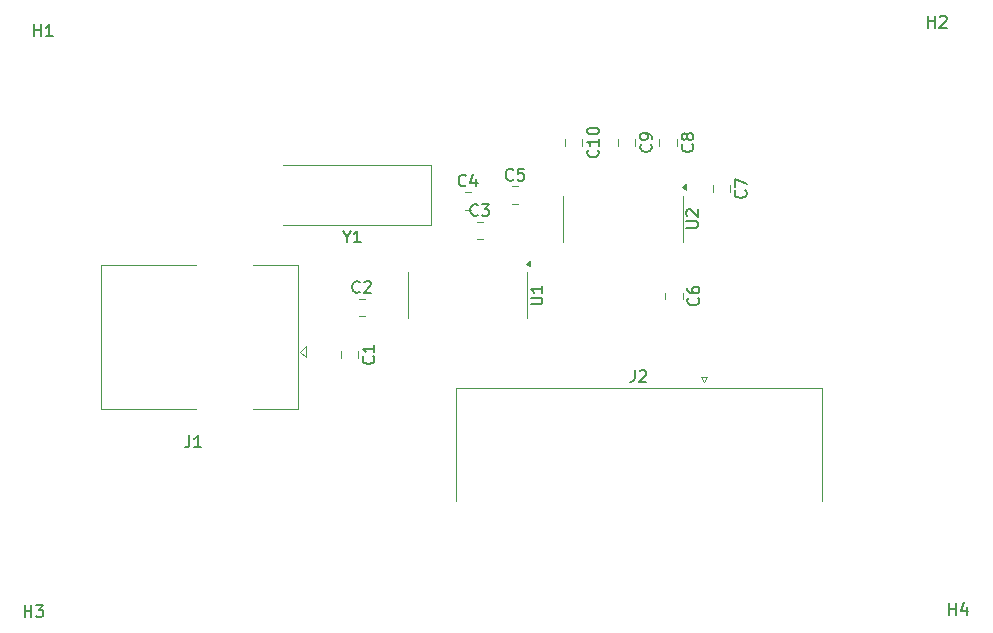
<source format=gbr>
%TF.GenerationSoftware,KiCad,Pcbnew,9.0.1*%
%TF.CreationDate,2025-05-14T18:29:24+05:30*%
%TF.ProjectId,usb,7573622e-6b69-4636-9164-5f7063625858,rev?*%
%TF.SameCoordinates,Original*%
%TF.FileFunction,Legend,Top*%
%TF.FilePolarity,Positive*%
%FSLAX46Y46*%
G04 Gerber Fmt 4.6, Leading zero omitted, Abs format (unit mm)*
G04 Created by KiCad (PCBNEW 9.0.1) date 2025-05-14 18:29:24*
%MOMM*%
%LPD*%
G01*
G04 APERTURE LIST*
%ADD10C,0.150000*%
%ADD11C,0.120000*%
G04 APERTURE END LIST*
D10*
X156584819Y-70786905D02*
X157394342Y-70786905D01*
X157394342Y-70786905D02*
X157489580Y-70739286D01*
X157489580Y-70739286D02*
X157537200Y-70691667D01*
X157537200Y-70691667D02*
X157584819Y-70596429D01*
X157584819Y-70596429D02*
X157584819Y-70405953D01*
X157584819Y-70405953D02*
X157537200Y-70310715D01*
X157537200Y-70310715D02*
X157489580Y-70263096D01*
X157489580Y-70263096D02*
X157394342Y-70215477D01*
X157394342Y-70215477D02*
X156584819Y-70215477D01*
X157584819Y-69215477D02*
X157584819Y-69786905D01*
X157584819Y-69501191D02*
X156584819Y-69501191D01*
X156584819Y-69501191D02*
X156727676Y-69596429D01*
X156727676Y-69596429D02*
X156822914Y-69691667D01*
X156822914Y-69691667D02*
X156870533Y-69786905D01*
X151113333Y-60704581D02*
X151065714Y-60752201D01*
X151065714Y-60752201D02*
X150922857Y-60799820D01*
X150922857Y-60799820D02*
X150827619Y-60799820D01*
X150827619Y-60799820D02*
X150684762Y-60752201D01*
X150684762Y-60752201D02*
X150589524Y-60656962D01*
X150589524Y-60656962D02*
X150541905Y-60561724D01*
X150541905Y-60561724D02*
X150494286Y-60371248D01*
X150494286Y-60371248D02*
X150494286Y-60228391D01*
X150494286Y-60228391D02*
X150541905Y-60037915D01*
X150541905Y-60037915D02*
X150589524Y-59942677D01*
X150589524Y-59942677D02*
X150684762Y-59847439D01*
X150684762Y-59847439D02*
X150827619Y-59799820D01*
X150827619Y-59799820D02*
X150922857Y-59799820D01*
X150922857Y-59799820D02*
X151065714Y-59847439D01*
X151065714Y-59847439D02*
X151113333Y-59895058D01*
X151970476Y-60133153D02*
X151970476Y-60799820D01*
X151732381Y-59752201D02*
X151494286Y-60466486D01*
X151494286Y-60466486D02*
X152113333Y-60466486D01*
X155113333Y-60204581D02*
X155065714Y-60252201D01*
X155065714Y-60252201D02*
X154922857Y-60299820D01*
X154922857Y-60299820D02*
X154827619Y-60299820D01*
X154827619Y-60299820D02*
X154684762Y-60252201D01*
X154684762Y-60252201D02*
X154589524Y-60156962D01*
X154589524Y-60156962D02*
X154541905Y-60061724D01*
X154541905Y-60061724D02*
X154494286Y-59871248D01*
X154494286Y-59871248D02*
X154494286Y-59728391D01*
X154494286Y-59728391D02*
X154541905Y-59537915D01*
X154541905Y-59537915D02*
X154589524Y-59442677D01*
X154589524Y-59442677D02*
X154684762Y-59347439D01*
X154684762Y-59347439D02*
X154827619Y-59299820D01*
X154827619Y-59299820D02*
X154922857Y-59299820D01*
X154922857Y-59299820D02*
X155065714Y-59347439D01*
X155065714Y-59347439D02*
X155113333Y-59395058D01*
X156018095Y-59299820D02*
X155541905Y-59299820D01*
X155541905Y-59299820D02*
X155494286Y-59776010D01*
X155494286Y-59776010D02*
X155541905Y-59728391D01*
X155541905Y-59728391D02*
X155637143Y-59680772D01*
X155637143Y-59680772D02*
X155875238Y-59680772D01*
X155875238Y-59680772D02*
X155970476Y-59728391D01*
X155970476Y-59728391D02*
X156018095Y-59776010D01*
X156018095Y-59776010D02*
X156065714Y-59871248D01*
X156065714Y-59871248D02*
X156065714Y-60109343D01*
X156065714Y-60109343D02*
X156018095Y-60204581D01*
X156018095Y-60204581D02*
X155970476Y-60252201D01*
X155970476Y-60252201D02*
X155875238Y-60299820D01*
X155875238Y-60299820D02*
X155637143Y-60299820D01*
X155637143Y-60299820D02*
X155541905Y-60252201D01*
X155541905Y-60252201D02*
X155494286Y-60204581D01*
X141003809Y-65053629D02*
X141003809Y-65529820D01*
X140670476Y-64529820D02*
X141003809Y-65053629D01*
X141003809Y-65053629D02*
X141337142Y-64529820D01*
X142194285Y-65529820D02*
X141622857Y-65529820D01*
X141908571Y-65529820D02*
X141908571Y-64529820D01*
X141908571Y-64529820D02*
X141813333Y-64672677D01*
X141813333Y-64672677D02*
X141718095Y-64767915D01*
X141718095Y-64767915D02*
X141622857Y-64815534D01*
X169759819Y-64311905D02*
X170569342Y-64311905D01*
X170569342Y-64311905D02*
X170664580Y-64264286D01*
X170664580Y-64264286D02*
X170712200Y-64216667D01*
X170712200Y-64216667D02*
X170759819Y-64121429D01*
X170759819Y-64121429D02*
X170759819Y-63930953D01*
X170759819Y-63930953D02*
X170712200Y-63835715D01*
X170712200Y-63835715D02*
X170664580Y-63788096D01*
X170664580Y-63788096D02*
X170569342Y-63740477D01*
X170569342Y-63740477D02*
X169759819Y-63740477D01*
X169855057Y-63311905D02*
X169807438Y-63264286D01*
X169807438Y-63264286D02*
X169759819Y-63169048D01*
X169759819Y-63169048D02*
X169759819Y-62930953D01*
X169759819Y-62930953D02*
X169807438Y-62835715D01*
X169807438Y-62835715D02*
X169855057Y-62788096D01*
X169855057Y-62788096D02*
X169950295Y-62740477D01*
X169950295Y-62740477D02*
X170045533Y-62740477D01*
X170045533Y-62740477D02*
X170188390Y-62788096D01*
X170188390Y-62788096D02*
X170759819Y-63359524D01*
X170759819Y-63359524D02*
X170759819Y-62740477D01*
X165396666Y-76339820D02*
X165396666Y-77054105D01*
X165396666Y-77054105D02*
X165349047Y-77196962D01*
X165349047Y-77196962D02*
X165253809Y-77292201D01*
X165253809Y-77292201D02*
X165110952Y-77339820D01*
X165110952Y-77339820D02*
X165015714Y-77339820D01*
X165825238Y-76435058D02*
X165872857Y-76387439D01*
X165872857Y-76387439D02*
X165968095Y-76339820D01*
X165968095Y-76339820D02*
X166206190Y-76339820D01*
X166206190Y-76339820D02*
X166301428Y-76387439D01*
X166301428Y-76387439D02*
X166349047Y-76435058D01*
X166349047Y-76435058D02*
X166396666Y-76530296D01*
X166396666Y-76530296D02*
X166396666Y-76625534D01*
X166396666Y-76625534D02*
X166349047Y-76768391D01*
X166349047Y-76768391D02*
X165777619Y-77339820D01*
X165777619Y-77339820D02*
X166396666Y-77339820D01*
X162269580Y-57717858D02*
X162317200Y-57765477D01*
X162317200Y-57765477D02*
X162364819Y-57908334D01*
X162364819Y-57908334D02*
X162364819Y-58003572D01*
X162364819Y-58003572D02*
X162317200Y-58146429D01*
X162317200Y-58146429D02*
X162221961Y-58241667D01*
X162221961Y-58241667D02*
X162126723Y-58289286D01*
X162126723Y-58289286D02*
X161936247Y-58336905D01*
X161936247Y-58336905D02*
X161793390Y-58336905D01*
X161793390Y-58336905D02*
X161602914Y-58289286D01*
X161602914Y-58289286D02*
X161507676Y-58241667D01*
X161507676Y-58241667D02*
X161412438Y-58146429D01*
X161412438Y-58146429D02*
X161364819Y-58003572D01*
X161364819Y-58003572D02*
X161364819Y-57908334D01*
X161364819Y-57908334D02*
X161412438Y-57765477D01*
X161412438Y-57765477D02*
X161460057Y-57717858D01*
X162364819Y-56765477D02*
X162364819Y-57336905D01*
X162364819Y-57051191D02*
X161364819Y-57051191D01*
X161364819Y-57051191D02*
X161507676Y-57146429D01*
X161507676Y-57146429D02*
X161602914Y-57241667D01*
X161602914Y-57241667D02*
X161650533Y-57336905D01*
X161364819Y-56146429D02*
X161364819Y-56051191D01*
X161364819Y-56051191D02*
X161412438Y-55955953D01*
X161412438Y-55955953D02*
X161460057Y-55908334D01*
X161460057Y-55908334D02*
X161555295Y-55860715D01*
X161555295Y-55860715D02*
X161745771Y-55813096D01*
X161745771Y-55813096D02*
X161983866Y-55813096D01*
X161983866Y-55813096D02*
X162174342Y-55860715D01*
X162174342Y-55860715D02*
X162269580Y-55908334D01*
X162269580Y-55908334D02*
X162317200Y-55955953D01*
X162317200Y-55955953D02*
X162364819Y-56051191D01*
X162364819Y-56051191D02*
X162364819Y-56146429D01*
X162364819Y-56146429D02*
X162317200Y-56241667D01*
X162317200Y-56241667D02*
X162269580Y-56289286D01*
X162269580Y-56289286D02*
X162174342Y-56336905D01*
X162174342Y-56336905D02*
X161983866Y-56384524D01*
X161983866Y-56384524D02*
X161745771Y-56384524D01*
X161745771Y-56384524D02*
X161555295Y-56336905D01*
X161555295Y-56336905D02*
X161460057Y-56289286D01*
X161460057Y-56289286D02*
X161412438Y-56241667D01*
X161412438Y-56241667D02*
X161364819Y-56146429D01*
X166769580Y-57241667D02*
X166817200Y-57289286D01*
X166817200Y-57289286D02*
X166864819Y-57432143D01*
X166864819Y-57432143D02*
X166864819Y-57527381D01*
X166864819Y-57527381D02*
X166817200Y-57670238D01*
X166817200Y-57670238D02*
X166721961Y-57765476D01*
X166721961Y-57765476D02*
X166626723Y-57813095D01*
X166626723Y-57813095D02*
X166436247Y-57860714D01*
X166436247Y-57860714D02*
X166293390Y-57860714D01*
X166293390Y-57860714D02*
X166102914Y-57813095D01*
X166102914Y-57813095D02*
X166007676Y-57765476D01*
X166007676Y-57765476D02*
X165912438Y-57670238D01*
X165912438Y-57670238D02*
X165864819Y-57527381D01*
X165864819Y-57527381D02*
X165864819Y-57432143D01*
X165864819Y-57432143D02*
X165912438Y-57289286D01*
X165912438Y-57289286D02*
X165960057Y-57241667D01*
X166864819Y-56765476D02*
X166864819Y-56575000D01*
X166864819Y-56575000D02*
X166817200Y-56479762D01*
X166817200Y-56479762D02*
X166769580Y-56432143D01*
X166769580Y-56432143D02*
X166626723Y-56336905D01*
X166626723Y-56336905D02*
X166436247Y-56289286D01*
X166436247Y-56289286D02*
X166055295Y-56289286D01*
X166055295Y-56289286D02*
X165960057Y-56336905D01*
X165960057Y-56336905D02*
X165912438Y-56384524D01*
X165912438Y-56384524D02*
X165864819Y-56479762D01*
X165864819Y-56479762D02*
X165864819Y-56670238D01*
X165864819Y-56670238D02*
X165912438Y-56765476D01*
X165912438Y-56765476D02*
X165960057Y-56813095D01*
X165960057Y-56813095D02*
X166055295Y-56860714D01*
X166055295Y-56860714D02*
X166293390Y-56860714D01*
X166293390Y-56860714D02*
X166388628Y-56813095D01*
X166388628Y-56813095D02*
X166436247Y-56765476D01*
X166436247Y-56765476D02*
X166483866Y-56670238D01*
X166483866Y-56670238D02*
X166483866Y-56479762D01*
X166483866Y-56479762D02*
X166436247Y-56384524D01*
X166436247Y-56384524D02*
X166388628Y-56336905D01*
X166388628Y-56336905D02*
X166293390Y-56289286D01*
X170269580Y-57241667D02*
X170317200Y-57289286D01*
X170317200Y-57289286D02*
X170364819Y-57432143D01*
X170364819Y-57432143D02*
X170364819Y-57527381D01*
X170364819Y-57527381D02*
X170317200Y-57670238D01*
X170317200Y-57670238D02*
X170221961Y-57765476D01*
X170221961Y-57765476D02*
X170126723Y-57813095D01*
X170126723Y-57813095D02*
X169936247Y-57860714D01*
X169936247Y-57860714D02*
X169793390Y-57860714D01*
X169793390Y-57860714D02*
X169602914Y-57813095D01*
X169602914Y-57813095D02*
X169507676Y-57765476D01*
X169507676Y-57765476D02*
X169412438Y-57670238D01*
X169412438Y-57670238D02*
X169364819Y-57527381D01*
X169364819Y-57527381D02*
X169364819Y-57432143D01*
X169364819Y-57432143D02*
X169412438Y-57289286D01*
X169412438Y-57289286D02*
X169460057Y-57241667D01*
X169793390Y-56670238D02*
X169745771Y-56765476D01*
X169745771Y-56765476D02*
X169698152Y-56813095D01*
X169698152Y-56813095D02*
X169602914Y-56860714D01*
X169602914Y-56860714D02*
X169555295Y-56860714D01*
X169555295Y-56860714D02*
X169460057Y-56813095D01*
X169460057Y-56813095D02*
X169412438Y-56765476D01*
X169412438Y-56765476D02*
X169364819Y-56670238D01*
X169364819Y-56670238D02*
X169364819Y-56479762D01*
X169364819Y-56479762D02*
X169412438Y-56384524D01*
X169412438Y-56384524D02*
X169460057Y-56336905D01*
X169460057Y-56336905D02*
X169555295Y-56289286D01*
X169555295Y-56289286D02*
X169602914Y-56289286D01*
X169602914Y-56289286D02*
X169698152Y-56336905D01*
X169698152Y-56336905D02*
X169745771Y-56384524D01*
X169745771Y-56384524D02*
X169793390Y-56479762D01*
X169793390Y-56479762D02*
X169793390Y-56670238D01*
X169793390Y-56670238D02*
X169841009Y-56765476D01*
X169841009Y-56765476D02*
X169888628Y-56813095D01*
X169888628Y-56813095D02*
X169983866Y-56860714D01*
X169983866Y-56860714D02*
X170174342Y-56860714D01*
X170174342Y-56860714D02*
X170269580Y-56813095D01*
X170269580Y-56813095D02*
X170317200Y-56765476D01*
X170317200Y-56765476D02*
X170364819Y-56670238D01*
X170364819Y-56670238D02*
X170364819Y-56479762D01*
X170364819Y-56479762D02*
X170317200Y-56384524D01*
X170317200Y-56384524D02*
X170269580Y-56336905D01*
X170269580Y-56336905D02*
X170174342Y-56289286D01*
X170174342Y-56289286D02*
X169983866Y-56289286D01*
X169983866Y-56289286D02*
X169888628Y-56336905D01*
X169888628Y-56336905D02*
X169841009Y-56384524D01*
X169841009Y-56384524D02*
X169793390Y-56479762D01*
X174769580Y-61141667D02*
X174817200Y-61189286D01*
X174817200Y-61189286D02*
X174864819Y-61332143D01*
X174864819Y-61332143D02*
X174864819Y-61427381D01*
X174864819Y-61427381D02*
X174817200Y-61570238D01*
X174817200Y-61570238D02*
X174721961Y-61665476D01*
X174721961Y-61665476D02*
X174626723Y-61713095D01*
X174626723Y-61713095D02*
X174436247Y-61760714D01*
X174436247Y-61760714D02*
X174293390Y-61760714D01*
X174293390Y-61760714D02*
X174102914Y-61713095D01*
X174102914Y-61713095D02*
X174007676Y-61665476D01*
X174007676Y-61665476D02*
X173912438Y-61570238D01*
X173912438Y-61570238D02*
X173864819Y-61427381D01*
X173864819Y-61427381D02*
X173864819Y-61332143D01*
X173864819Y-61332143D02*
X173912438Y-61189286D01*
X173912438Y-61189286D02*
X173960057Y-61141667D01*
X173864819Y-60808333D02*
X173864819Y-60141667D01*
X173864819Y-60141667D02*
X174864819Y-60570238D01*
X170769580Y-70241667D02*
X170817200Y-70289286D01*
X170817200Y-70289286D02*
X170864819Y-70432143D01*
X170864819Y-70432143D02*
X170864819Y-70527381D01*
X170864819Y-70527381D02*
X170817200Y-70670238D01*
X170817200Y-70670238D02*
X170721961Y-70765476D01*
X170721961Y-70765476D02*
X170626723Y-70813095D01*
X170626723Y-70813095D02*
X170436247Y-70860714D01*
X170436247Y-70860714D02*
X170293390Y-70860714D01*
X170293390Y-70860714D02*
X170102914Y-70813095D01*
X170102914Y-70813095D02*
X170007676Y-70765476D01*
X170007676Y-70765476D02*
X169912438Y-70670238D01*
X169912438Y-70670238D02*
X169864819Y-70527381D01*
X169864819Y-70527381D02*
X169864819Y-70432143D01*
X169864819Y-70432143D02*
X169912438Y-70289286D01*
X169912438Y-70289286D02*
X169960057Y-70241667D01*
X169864819Y-69384524D02*
X169864819Y-69575000D01*
X169864819Y-69575000D02*
X169912438Y-69670238D01*
X169912438Y-69670238D02*
X169960057Y-69717857D01*
X169960057Y-69717857D02*
X170102914Y-69813095D01*
X170102914Y-69813095D02*
X170293390Y-69860714D01*
X170293390Y-69860714D02*
X170674342Y-69860714D01*
X170674342Y-69860714D02*
X170769580Y-69813095D01*
X170769580Y-69813095D02*
X170817200Y-69765476D01*
X170817200Y-69765476D02*
X170864819Y-69670238D01*
X170864819Y-69670238D02*
X170864819Y-69479762D01*
X170864819Y-69479762D02*
X170817200Y-69384524D01*
X170817200Y-69384524D02*
X170769580Y-69336905D01*
X170769580Y-69336905D02*
X170674342Y-69289286D01*
X170674342Y-69289286D02*
X170436247Y-69289286D01*
X170436247Y-69289286D02*
X170341009Y-69336905D01*
X170341009Y-69336905D02*
X170293390Y-69384524D01*
X170293390Y-69384524D02*
X170245771Y-69479762D01*
X170245771Y-69479762D02*
X170245771Y-69670238D01*
X170245771Y-69670238D02*
X170293390Y-69765476D01*
X170293390Y-69765476D02*
X170341009Y-69813095D01*
X170341009Y-69813095D02*
X170436247Y-69860714D01*
X152113333Y-63204581D02*
X152065714Y-63252201D01*
X152065714Y-63252201D02*
X151922857Y-63299820D01*
X151922857Y-63299820D02*
X151827619Y-63299820D01*
X151827619Y-63299820D02*
X151684762Y-63252201D01*
X151684762Y-63252201D02*
X151589524Y-63156962D01*
X151589524Y-63156962D02*
X151541905Y-63061724D01*
X151541905Y-63061724D02*
X151494286Y-62871248D01*
X151494286Y-62871248D02*
X151494286Y-62728391D01*
X151494286Y-62728391D02*
X151541905Y-62537915D01*
X151541905Y-62537915D02*
X151589524Y-62442677D01*
X151589524Y-62442677D02*
X151684762Y-62347439D01*
X151684762Y-62347439D02*
X151827619Y-62299820D01*
X151827619Y-62299820D02*
X151922857Y-62299820D01*
X151922857Y-62299820D02*
X152065714Y-62347439D01*
X152065714Y-62347439D02*
X152113333Y-62395058D01*
X152446667Y-62299820D02*
X153065714Y-62299820D01*
X153065714Y-62299820D02*
X152732381Y-62680772D01*
X152732381Y-62680772D02*
X152875238Y-62680772D01*
X152875238Y-62680772D02*
X152970476Y-62728391D01*
X152970476Y-62728391D02*
X153018095Y-62776010D01*
X153018095Y-62776010D02*
X153065714Y-62871248D01*
X153065714Y-62871248D02*
X153065714Y-63109343D01*
X153065714Y-63109343D02*
X153018095Y-63204581D01*
X153018095Y-63204581D02*
X152970476Y-63252201D01*
X152970476Y-63252201D02*
X152875238Y-63299820D01*
X152875238Y-63299820D02*
X152589524Y-63299820D01*
X152589524Y-63299820D02*
X152494286Y-63252201D01*
X152494286Y-63252201D02*
X152446667Y-63204581D01*
X142113333Y-69704581D02*
X142065714Y-69752201D01*
X142065714Y-69752201D02*
X141922857Y-69799820D01*
X141922857Y-69799820D02*
X141827619Y-69799820D01*
X141827619Y-69799820D02*
X141684762Y-69752201D01*
X141684762Y-69752201D02*
X141589524Y-69656962D01*
X141589524Y-69656962D02*
X141541905Y-69561724D01*
X141541905Y-69561724D02*
X141494286Y-69371248D01*
X141494286Y-69371248D02*
X141494286Y-69228391D01*
X141494286Y-69228391D02*
X141541905Y-69037915D01*
X141541905Y-69037915D02*
X141589524Y-68942677D01*
X141589524Y-68942677D02*
X141684762Y-68847439D01*
X141684762Y-68847439D02*
X141827619Y-68799820D01*
X141827619Y-68799820D02*
X141922857Y-68799820D01*
X141922857Y-68799820D02*
X142065714Y-68847439D01*
X142065714Y-68847439D02*
X142113333Y-68895058D01*
X142494286Y-68895058D02*
X142541905Y-68847439D01*
X142541905Y-68847439D02*
X142637143Y-68799820D01*
X142637143Y-68799820D02*
X142875238Y-68799820D01*
X142875238Y-68799820D02*
X142970476Y-68847439D01*
X142970476Y-68847439D02*
X143018095Y-68895058D01*
X143018095Y-68895058D02*
X143065714Y-68990296D01*
X143065714Y-68990296D02*
X143065714Y-69085534D01*
X143065714Y-69085534D02*
X143018095Y-69228391D01*
X143018095Y-69228391D02*
X142446667Y-69799820D01*
X142446667Y-69799820D02*
X143065714Y-69799820D01*
X143269580Y-75191667D02*
X143317200Y-75239286D01*
X143317200Y-75239286D02*
X143364819Y-75382143D01*
X143364819Y-75382143D02*
X143364819Y-75477381D01*
X143364819Y-75477381D02*
X143317200Y-75620238D01*
X143317200Y-75620238D02*
X143221961Y-75715476D01*
X143221961Y-75715476D02*
X143126723Y-75763095D01*
X143126723Y-75763095D02*
X142936247Y-75810714D01*
X142936247Y-75810714D02*
X142793390Y-75810714D01*
X142793390Y-75810714D02*
X142602914Y-75763095D01*
X142602914Y-75763095D02*
X142507676Y-75715476D01*
X142507676Y-75715476D02*
X142412438Y-75620238D01*
X142412438Y-75620238D02*
X142364819Y-75477381D01*
X142364819Y-75477381D02*
X142364819Y-75382143D01*
X142364819Y-75382143D02*
X142412438Y-75239286D01*
X142412438Y-75239286D02*
X142460057Y-75191667D01*
X143364819Y-74239286D02*
X143364819Y-74810714D01*
X143364819Y-74525000D02*
X142364819Y-74525000D01*
X142364819Y-74525000D02*
X142507676Y-74620238D01*
X142507676Y-74620238D02*
X142602914Y-74715476D01*
X142602914Y-74715476D02*
X142650533Y-74810714D01*
X114541039Y-48057763D02*
X114541039Y-47057763D01*
X114541039Y-47533953D02*
X115112467Y-47533953D01*
X115112467Y-48057763D02*
X115112467Y-47057763D01*
X116112467Y-48057763D02*
X115541039Y-48057763D01*
X115826753Y-48057763D02*
X115826753Y-47057763D01*
X115826753Y-47057763D02*
X115731515Y-47200620D01*
X115731515Y-47200620D02*
X115636277Y-47295858D01*
X115636277Y-47295858D02*
X115541039Y-47343477D01*
X190238095Y-47354819D02*
X190238095Y-46354819D01*
X190238095Y-46831009D02*
X190809523Y-46831009D01*
X190809523Y-47354819D02*
X190809523Y-46354819D01*
X191238095Y-46450057D02*
X191285714Y-46402438D01*
X191285714Y-46402438D02*
X191380952Y-46354819D01*
X191380952Y-46354819D02*
X191619047Y-46354819D01*
X191619047Y-46354819D02*
X191714285Y-46402438D01*
X191714285Y-46402438D02*
X191761904Y-46450057D01*
X191761904Y-46450057D02*
X191809523Y-46545295D01*
X191809523Y-46545295D02*
X191809523Y-46640533D01*
X191809523Y-46640533D02*
X191761904Y-46783390D01*
X191761904Y-46783390D02*
X191190476Y-47354819D01*
X191190476Y-47354819D02*
X191809523Y-47354819D01*
X113738095Y-97254819D02*
X113738095Y-96254819D01*
X113738095Y-96731009D02*
X114309523Y-96731009D01*
X114309523Y-97254819D02*
X114309523Y-96254819D01*
X114690476Y-96254819D02*
X115309523Y-96254819D01*
X115309523Y-96254819D02*
X114976190Y-96635771D01*
X114976190Y-96635771D02*
X115119047Y-96635771D01*
X115119047Y-96635771D02*
X115214285Y-96683390D01*
X115214285Y-96683390D02*
X115261904Y-96731009D01*
X115261904Y-96731009D02*
X115309523Y-96826247D01*
X115309523Y-96826247D02*
X115309523Y-97064342D01*
X115309523Y-97064342D02*
X115261904Y-97159580D01*
X115261904Y-97159580D02*
X115214285Y-97207200D01*
X115214285Y-97207200D02*
X115119047Y-97254819D01*
X115119047Y-97254819D02*
X114833333Y-97254819D01*
X114833333Y-97254819D02*
X114738095Y-97207200D01*
X114738095Y-97207200D02*
X114690476Y-97159580D01*
X192041039Y-97057763D02*
X192041039Y-96057763D01*
X192041039Y-96533953D02*
X192612467Y-96533953D01*
X192612467Y-97057763D02*
X192612467Y-96057763D01*
X193517229Y-96391096D02*
X193517229Y-97057763D01*
X193279134Y-96010144D02*
X193041039Y-96724429D01*
X193041039Y-96724429D02*
X193660086Y-96724429D01*
X127684166Y-81879820D02*
X127684166Y-82594105D01*
X127684166Y-82594105D02*
X127636547Y-82736962D01*
X127636547Y-82736962D02*
X127541309Y-82832201D01*
X127541309Y-82832201D02*
X127398452Y-82879820D01*
X127398452Y-82879820D02*
X127303214Y-82879820D01*
X128684166Y-82879820D02*
X128112738Y-82879820D01*
X128398452Y-82879820D02*
X128398452Y-81879820D01*
X128398452Y-81879820D02*
X128303214Y-82022677D01*
X128303214Y-82022677D02*
X128207976Y-82117915D01*
X128207976Y-82117915D02*
X128112738Y-82165534D01*
D11*
%TO.C,U1*%
X156290000Y-70025001D02*
X156290000Y-68075001D01*
X156290000Y-70025001D02*
X156290000Y-71975001D01*
X146170000Y-70025001D02*
X146170000Y-68075001D01*
X146170000Y-70025001D02*
X146170000Y-71975001D01*
X156565000Y-67565001D02*
X156235000Y-67325001D01*
X156565000Y-67085001D01*
X156565000Y-67565001D01*
G36*
X156565000Y-67565001D02*
G01*
X156235000Y-67325001D01*
X156565000Y-67085001D01*
X156565000Y-67565001D01*
G37*
%TO.C,C4*%
X151018748Y-62760001D02*
X151541252Y-62760001D01*
X151018748Y-61290001D02*
X151541252Y-61290001D01*
%TO.C,C5*%
X155018748Y-62260001D02*
X155541252Y-62260001D01*
X155018748Y-60790001D02*
X155541252Y-60790001D01*
%TO.C,Y1*%
X135580000Y-64075001D02*
X148180000Y-64075001D01*
X148180000Y-58975001D02*
X135580000Y-58975001D01*
X148180000Y-64075001D02*
X148180000Y-58975001D01*
%TO.C,U2*%
X169465000Y-63550001D02*
X169465000Y-61600001D01*
X169465000Y-63550001D02*
X169465000Y-65500001D01*
X159345000Y-63550001D02*
X159345000Y-61600001D01*
X159345000Y-63550001D02*
X159345000Y-65500001D01*
X169740000Y-61090001D02*
X169410000Y-60850001D01*
X169740000Y-60610001D01*
X169740000Y-61090001D01*
G36*
X169740000Y-61090001D02*
G01*
X169410000Y-60850001D01*
X169740000Y-60610001D01*
X169740000Y-61090001D01*
G37*
%TO.C,J2*%
X150245000Y-77825001D02*
X181215000Y-77825001D01*
X150245000Y-87405001D02*
X150245000Y-77825001D01*
X171020000Y-76930663D02*
X171520000Y-76930663D01*
X171270000Y-77363676D02*
X171020000Y-76930663D01*
X171520000Y-76930663D02*
X171270000Y-77363676D01*
X181215000Y-77825001D02*
X181215000Y-87405001D01*
%TO.C,C10*%
X160965000Y-56813749D02*
X160965000Y-57336253D01*
X159495000Y-56813749D02*
X159495000Y-57336253D01*
%TO.C,C9*%
X165465000Y-56813749D02*
X165465000Y-57336253D01*
X163995000Y-56813749D02*
X163995000Y-57336253D01*
%TO.C,C8*%
X168965000Y-56813749D02*
X168965000Y-57336253D01*
X167495000Y-56813749D02*
X167495000Y-57336253D01*
%TO.C,C7*%
X173465000Y-60713749D02*
X173465000Y-61236253D01*
X171995000Y-60713749D02*
X171995000Y-61236253D01*
%TO.C,C6*%
X169465000Y-69813749D02*
X169465000Y-70336253D01*
X167995000Y-69813749D02*
X167995000Y-70336253D01*
%TO.C,C3*%
X152018748Y-63790001D02*
X152541252Y-63790001D01*
X152018748Y-65260001D02*
X152541252Y-65260001D01*
%TO.C,C2*%
X142018748Y-70290001D02*
X142541252Y-70290001D01*
X142018748Y-71760001D02*
X142541252Y-71760001D01*
%TO.C,C1*%
X141965000Y-74763749D02*
X141965000Y-75286253D01*
X140495000Y-74763749D02*
X140495000Y-75286253D01*
%TO.C,J1*%
X137567500Y-75275001D02*
X137567500Y-74275001D01*
X137567500Y-74275001D02*
X137067500Y-74775001D01*
X137067500Y-74775001D02*
X137567500Y-75275001D01*
X136867500Y-79635001D02*
X133117500Y-79635001D01*
X136867500Y-67415001D02*
X136867500Y-79635001D01*
X136867500Y-67415001D02*
X133117500Y-67415001D01*
X120247500Y-79635001D02*
X128217500Y-79635001D01*
X120247500Y-67415001D02*
X128217500Y-67415001D01*
X120247500Y-67415001D02*
X120247500Y-79635001D01*
%TD*%
M02*

</source>
